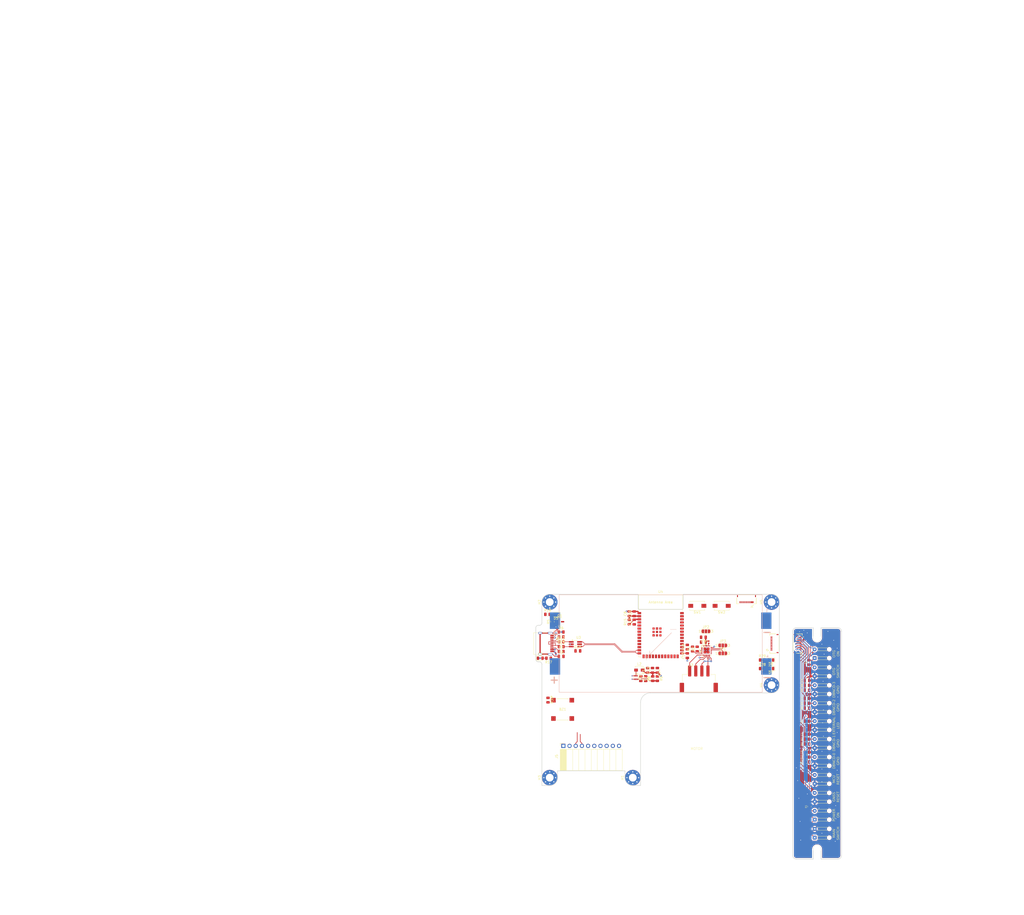
<source format=kicad_pcb>
(kicad_pcb (version 20241229) (generator "pcbnew") (generator_version "9.0")
  (layers (0 "F.Cu" signal) (4 "In1.Cu" signal) (6 "In2.Cu" signal) (2 "B.Cu" signal) (13 "F.Paste" user) (15 "B.Paste" user) (5 "F.SilkS" user "F.Silkscreen") (7 "B.SilkS" user "B.Silkscreen") (1 "F.Mask" user) (3 "B.Mask" user) (25 "Edge.Cuts" user))
  (net 0 "")
  (net 1 "Net-(U1-VCP)")
  (net 2 "VBATT")
  (net 3 "+3V3")
  (net 4 "+8V")
  (net 5 "+5V")
  (net 6 "USB_VBUS")
  (net 7 "Net-(IC1-SW)")
  (net 8 "VM")
  (net 9 "Net-(D2-A)")
  (net 10 "/~{CS}")
  (net 11 "/CLK")
  (net 12 "Net-(U1-ADECAY)")
  (net 13 "Net-(U1-BDECAY)")
  (net 14 "Net-(U5-ILIM)")
  (net 15 "GND")
  (net 16 "Net-(BZ1-+)")
  (net 17 "/VBATT_NEG")
  (net 18 "/VBATT_POS")
  (net 19 "/EN")
  (net 20 "Net-(C6-Pad1)")
  (net 21 "Net-(D7-A)")
  (net 22 "Net-(D8-A)")
  (net 23 "VSYS")
  (net 25 "/MOSI")
  (net 26 "/BOOT")
  (net 32 "Net-(IC1-FB)")
  (net 33 "/DN_IN")
  (net 34 "/DP_IN")
  (net 35 "/M0")
  (net 36 "/M1")
  (net 37 "/LED_IOXX")
  (net 38 "/BZ_PWM")
  (net 39 "/D+")
  (net 40 "/D-")
  (net 41 "/SDA")
  (net 42 "/SCL")
  (net 44 "/DIR")
  (net 45 "Net-(D3-A)")
  (net 46 "Net-(J3-Pin_2)")
  (net 48 "/STEP")
  (net 49 "Net-(J3-Pin_4)")
  (net 53 "/GNSS_TX")
  (net 54 "/GNSS_RX")
  (net 55 "/GNSS_RST")
  (net 56 "/GNSS_WKP")
  (net 62 "Net-(J3-Pin_1)")
  (net 64 "Net-(J3-Pin_3)")
  (net 78 "/MSW_ON")
  (net 79 "/EXT2")
  (net 80 "/EXT1")
  (net 81 "/EXT0")
  (net 82 "/CRD_RST")
  (net 83 "/LED_EXT0")
  (net 84 "/LED_EXT1")
  (net 85 "Net-(J6-CC2)")
  (net 86 "Net-(J6-CC1)")
  (net 89 "Net-(R13-Pad2)")
  (net 93 "Net-(U1-NFAULT)")
  (net 94 "/INT")
  (net 95 "Net-(R12-Pad2)")
  (net 96 "VIN")
  (net 97 "VREFO")
  (net 98 "/DBNCD_0")
  (net 99 "/DBNCD_2")
  (net 100 "/DBNCD_3")
  (net 101 "/DBNCD_1")
  (net 102 "/DB_1")
  (net 103 "/OTG_ON")
  (net 104 "/DB_0")
  (net 105 "/LED_EXT")
  (net 106 "/DB_3")
  (net 107 "/DB_2")
  (net 108 "Net-(D1-A)")
  (footprint "Resistor_SMD:R_0805_2012Metric" (layer "F.Cu") (at 182.806 82.394)
    (property "Reference" "R9")
    (property "Value" "10k")
  )
  (footprint "Resistor_SMD:R_0805_2012Metric" (layer "F.Cu") (at 164.5 70)
    (property "Reference" "R29")
    (property "Value" "220R")
  )
  (footprint "Capacitor_SMD:C_0805_2012Metric" (layer "F.Cu") (at 81.9 68.5)
    (property "Reference" "C6")
    (property "Value" "100n")
  )
  (footprint "Resistor_SMD:R_0805_2012Metric" (layer "F.Cu") (at 183.822 130.178 -90)
    (property "Reference" "R1")
    (property "Value" "2.2k")
  )
  (footprint "Connector_Wire:SolderWire-0.1sqmm_1x02_P3.6mm_D0.4mm_OD1mm_Relief" (layer "F.Cu") (at 185.996 142.933 90)
    (property "Reference" "SW1" (hide yes))
    (property "Value" "SPDT")
  )
  (footprint "Resistor_SMD:R_0805_2012Metric" (layer "F.Cu") (at 76.75 69.25 180)
    (property "Reference" "R17")
    (property "Value" "2.2k")
  )
  (footprint "LED_SMD:LED_0805_2012Metric" (layer "F.Cu") (at 168 70 180)
    (property "Reference" "D8")
    (property "Value" "LED")
  )
  (footprint "Resistor_SMD:R_0805_2012Metric" (layer "F.Cu") (at 182.806 102.492 180)
    (property "Reference" "R3")
    (property "Value" "1k")
  )
  (footprint "Connector_Wire:SolderWire-0.1sqmm_1x02_P3.6mm_D0.4mm_OD1mm_Relief" (layer "F.Cu") (at 185.996 83.961 90)
    (property "Reference" "SW7" (hide yes))
    (property "Value" "EXT")
  )
  (footprint "gps-compass_brd:GCT_FFC2B28-12-G" (layer "F.Cu") (at 169.5 63.25 90)
    (property "Reference" "J4")
    (property "Value" "FFC2B28-12-G")
  )
  (footprint "Resistor_SMD:R_0805_2012Metric" (layer "F.Cu") (at 81.9 60.5 180)
    (property "Reference" "R10")
    (property "Value" "5.1k")
  )
  (footprint "Resistor_SMD:R_0805_2012Metric" (layer "F.Cu") (at 81.9125 64.5)
    (property "Reference" "R13")
    (property "Value" "15R")
  )
  (footprint "gps-compass_brd:GCT_FFC2B28-12-G" (layer "F.Cu") (at 179 63.25 -90)
    (property "Reference" "J1")
    (property "Value" "FFC2B28-12-G")
  )
  (footprint "Jumper:SolderJumper-3_P1.3mm_Open_RoundedPad1.0x1.5mm_NumberLabels" (layer "F.Cu") (at 141.35 58.2)
    (property "Reference" "JP2")
    (property "Value" "Jumper")
  )
  (footprint "Resistor_SMD:R_0805_2012Metric" (layer "F.Cu") (at 182.806 89.76)
    (property "Reference" "R6")
    (property "Value" "10k")
  )
  (footprint "Resistor_SMD:R_0805_2012Metric" (layer "F.Cu") (at 119.5 77.63125 90)
    (property "Reference" "R8")
    (property "Value" "45k")
  )
  (footprint "Capacitor_SMD:C_0805_2012Metric" (layer "F.Cu") (at 133.7 68.2 90)
    (property "Reference" "C15")
    (property "Value" "100n")
  )
  (footprint "gps-compass_brd:SW_SPST_EVQPE1" (layer "F.Cu") (at 147.8 47.75 180)
    (property "Reference" "SW2")
    (property "Value" "BOOT")
  )
  (footprint "Capacitor_SMD:C_0402_1005Metric" (layer "F.Cu") (at 142.5 62.7 90)
    (property "Reference" "C3")
    (property "Value" "10n")
  )
  (footprint "gps-compass_brd:GCT_FFC2B28-12-G" (layer "F.Cu") (at 158 45 180)
    (property "Reference" "J1")
    (property "Value" "FFC2B28-12-G")
  )
  (footprint "Resistor_SMD:R_0805_2012Metric" (layer "F.Cu") (at 133.7 64.7 90)
    (property "Reference" "R16")
    (property "Value" "10k")
  )
  (footprint "Resistor_SMD:R_0805_2012Metric" (layer "F.Cu") (at 135.85 65.475 90)
    (property "Reference" "R1")
    (property "Value" "R(SET)")
  )
  (footprint "LED_SMD:LED_0805_2012Metric" (layer "F.Cu") (at 73.3125 69.25)
    (property "Reference" "D2")
    (property "Value" "LED")
  )
  (footprint "Connector_Wire:SolderWire-0.1sqmm_1x02_P3.6mm_D0.4mm_OD1mm_Relief" (layer "F.Cu") (at 185.996 113.425 90)
    (property "Reference" "SW8" (hide yes))
    (property "Value" "EXT")
  )
  (footprint "Capacitor_SMD:C_0805_2012Metric" (layer "F.Cu") (at 182.806 107.858 180)
    (property "Reference" "C4")
    (property "Value" "100nF")
  )
  (footprint "LED_SMD:LED_0805_2012Metric" (layer "F.Cu") (at 168 73.5 180)
    (property "Reference" "D7")
    (property "Value" "LED")
  )
  (footprint "Connector_Wire:SolderWire-0.1sqmm_1x02_P3.6mm_D0.4mm_OD1mm_Relief" (layer "F.Cu") (at 185.996 91.327 90)
    (property "Reference" "SW6" (hide yes))
    (property "Value" "EXT")
  )
  (footprint "Capacitor_SMD:C_0805_2012Metric" (layer "F.Cu") (at 111.9 51 90)
    (property "Reference" "C10")
    (property "Value" "100n")
  )
  (footprint "Capacitor_SMD:C_0805_2012Metric" (layer "F.Cu") (at 182.806 100.492 180)
    (property "Reference" "C1")
    (property "Value" "100n")
  )
  (footprint "Resistor_SMD:R_0805_2012Metric" (layer "F.Cu") (at 81.9125 62.5)
    (property "Reference" "R12")
    (property "Value" "15R")
  )
  (footprint "Resistor_SMD:R_0805_2012Metric" (layer "F.Cu") (at 182.806 95.126)
    (property "Reference" "R7")
    (property "Value" "220R")
  )
  (footprint "Connector_Wire:SolderWire-0.1sqmm_1x02_P3.6mm_D0.4mm_OD1mm_Relief" (layer "F.Cu") (at 185.996 120.791 90)
    (property "Reference" "SW4" (hide yes))
    (property "Value" "RESET")
  )
  (footprint "MountingHole:MountingHole_3.2mm_M3_Pad_Via" (layer "F.Cu") (at 77.2 118.3 90)
    (property "Reference" "H3")
    (property "Value" "Mounting Hole M3" (hide yes))
  )
  (footprint "Capacitor_SMD:C_0805_2012Metric" (layer "F.Cu") (at 109.9 51 90)
    (property "Reference" "C8")
    (property "Value" "10u")
  )
  (footprint "Connector_Wire:SolderWire-0.1sqmm_1x02_P3.6mm_D0.4mm_OD1mm_Relief" (layer "F.Cu") (at 185.996 98.693 90)
    (property "Reference" "D3" (hide yes))
    (property "Value" "LED")
  )
  (footprint "Capacitor_SMD:C_0805_2012Metric" (layer "F.Cu") (at 116.6 77.63125 -90)
    (property "Reference" "C9")
    (property "Value" "22u")
  )
  (footprint "MountingHole:MountingHole_3.2mm_M3_Pad_Via" (layer "F.Cu") (at 111.3 118.3 90)
    (property "Reference" "H1")
    (property "Value" "Mounting Hole M3" (hide yes))
  )
  (footprint "Resistor_SMD:R_0805_2012Metric" (layer "F.Cu") (at 81.9 58.5)
    (property "Reference" "R6")
    (property "Value" "100k")
  )
  (footprint "Capacitor_SMD:C_0805_2012Metric" (layer "F.Cu") (at 114.6 77.63125 -90)
    (property "Reference" "C7")
    (property "Value" "100n")
  )
  (footprint "MountingHole:MountingHole_3.2mm_M3_Pad_Via" (layer "F.Cu") (at 168.3 80.3 90)
    (property "Reference" "H4")
    (property "Value" "Mounting Hole M3" (hide yes))
  )
  (footprint "Inductor_SMD:L_Vishay_IHLP-1212" (layer "F.Cu") (at 114 74.13125)
    (property "Reference" "L2")
    (property "Value" "1.5u")
  )
  (footprint "Capacitor_SMD:C_0805_2012Metric" (layer "F.Cu") (at 182.806 85.76 180)
    (property "Reference" "C2")
    (property "Value" "100n")
  )
  (footprint "MountingHole:MountingHole_3.2mm_M3" (layer "F.Cu") (at 187 60.746996 -90)
    (property "Reference" "H2" (hide yes))
    (property "Value" "M3")
  )
  (footprint "Jumper:SolderJumper-3_P1.3mm_Open_RoundedPad1.0x1.5mm_NumberLabels" (layer "F.Cu") (at 148.25 67.25)
    (property "Reference" "JP1")
    (property "Value" "Jumper")
  )
  (footprint "MountingHole:MountingHole_3.2mm_M3_Pad_Via" (layer "F.Cu") (at 77.2 46.2 90)
    (property "Reference" "H2")
    (property "Value" "Mounting Hole M3" (hide yes))
  )
  (footprint "Capacitor_SMD:C_0805_2012Metric" (layer "F.Cu") (at 111.9 54.4 90)
    (property "Reference" "C12")
    (property "Value" "100n")
  )
  (footprint "Resistor_SMD:R_0805_2012Metric" (layer "F.Cu") (at 182.806 104.492)
    (property "Reference" "R4")
    (property "Value" "10k")
  )
  (footprint "LED_SMD:LED_0805_2012Metric" (layer "F.Cu") (at 79.75 51.25 180)
    (property "Reference" "D3")
    (property "Value" "LED")
  )
  (footprint "gps-compass_brd:SW_SPST_EVQPE1" (layer "F.Cu") (at 137.8 47.75 180)
    (property "Reference" "SW1")
    (property "Value" "RESET")
  )
  (footprint "Connector_Wire:SolderWire-0.1sqmm_1x02_P3.6mm_D0.4mm_OD1mm_Relief" (layer "F.Cu") (at 185.981 76.628 90)
    (property "Reference" "D1" (hide yes))
    (property "Value" "LED")
  )
  (footprint "Connector_JST:JST_XH_S4B-XH-SM4-TB_1x04-1MP_P2.50mm_Horizontal" (layer "F.Cu") (at 138.418265 77.75)
    (property "Reference" "J3")
    (property "Value" "Motor_conn")
  )
  (footprint "Resistor_SMD:R_0805_2012Metric" (layer "F.Cu") (at 78.331255 54.265805 90)
    (property "Reference" "R5")
    (property "Value" "10k")
  )
  (footprint "Capacitor_SMD:C_0805_2012Metric" (layer "F.Cu") (at 182.806 78.394 180)
    (property "Reference" "C3")
    (property "Value" "100nF")
  )
  (footprint "MountingHole:MountingHole_3.2mm_M3" (layer "F.Cu") (at 187 147.747 -90)
    (property "Reference" "H1" (hide yes))
    (property "Value" "M3")
  )
  (footprint "Resistor_SMD:R_0805_2012Metric" (layer "F.Cu") (at 164.5 73.5)
    (property "Reference" "R28")
    (property "Value" "220R")
  )
  (footprint "Resistor_SMD:R_0805_2012Metric" (layer "F.Cu") (at 137.75 65.475 90)
    (property "Reference" "R2")
    (property "Value" "R(SET)")
  )
  (footprint "Package_TO_SOT_SMD:SOT-23-3" (layer "F.Cu") (at 81.354434 54.266934)
    (property "Reference" "Q1")
    (property "Value" "SI2393DS")
  )
  (footprint "Resistor_SMD:R_0805_2012Metric" (layer "F.Cu") (at 182.806 109.858 180)
    (property "Reference" "R10")
    (property "Value" "1k")
  )
  (footprint "Package_TO_SOT_SMD:SOT-563" (layer "F.Cu") (at 112.65 77.18125 -90)
    (property "Reference" "IC1")
    (property "Value" "TPS565242DRLR")
  )
  (footprint "Resistor_SMD:R_0805_2012Metric" (layer "F.Cu") (at 183.568 70.996 -90)
    (property "Reference" "R2")
    (property "Value" "2.2k")
  )
  (footprint "Connector_Wire:SolderWire-0.1sqmm_1x02_P3.6mm_D0.4mm_OD1mm_Relief" (layer "F.Cu") (at 185.996 135.523 90)
    (property "Reference" "D2" (hide yes))
    (property "Value" "LED")
  )
  (footprint "inset:AST0827MW-03BTRQ_MAL" (layer "F.Cu") (at 82.5 90.25)
    (property "Reference" "BZ1")
    (property "Value" "Buzzer")
  )
  (footprint "Resistor_SMD:R_0805_2012Metric" (layer "F.Cu") (at 76.3125 51.25)
    (property "Reference" "R18")
    (property "Value" "2.2k")
  )
  (footprint "Capacitor_SMD:C_0805_2012Metric" (layer "F.Cu") (at 121.4 74.23125 90)
    (property "Reference" "C14")
    (property "Value" "22u")
  )
  (footprint "Resistor_SMD:R_0805_2012Metric" (layer "F.Cu") (at 121.4 77.63125 -90)
    (property "Reference" "R9")
    (property "Value" "10k")
  )
  (footprint "Connector_PinSocket_2.54mm:PinSocket_1x10_P2.54mm_Horizontal" (layer "F.Cu") (at 82.8 105.25 90)
    (property "Reference" "J5")
    (property "Value" "01x10")
  )
  (footprint "Capacitor_SMD:C_0805_2012Metric" (layer "F.Cu") (at 140.3 62.65 180)
    (property "Reference" "C2")
    (property "Value" "100n")
  )
  (footprint "Resistor_SMD:R_0805_2012Metric" (layer "F.Cu") (at 76.5 86.45 -90)
    (property "Reference" "R35")
    (property "Value" "220R")
  )
  (footprint "Resistor_SMD:R_0805_2012Metric" (layer "F.Cu") (at 182.806 111.858)
    (property "Reference" "R11")
    (property "Value" "10k")
  )
  (footprint "Resistor_SMD:R_0805_2012Metric" (layer "F.Cu") (at 81.9125 66.5)
    (property "Reference" "R7")
    (property "Value" "5.1k")
  )
  (footprint "Capacitor_SMD:C_0805_2012Metric" (layer "F.Cu") (at 88.75 66.25)
    (property "Reference" "C16")
    (property "Value" "100n")
  )
  (footprint "Package_TO_SOT_SMD:TSOT-23-6_HandSoldering" (layer "F.Cu") (at 87.75 63.5)
    (property "Reference" "U3")
    (property "Value" "USBLC6-2SC6")
  )
  (footprint "Jumper:SolderJumper-3_P1.3mm_Open_RoundedPad1.0x1.5mm_NumberLabels" (layer "F.Cu") (at 148.25 64)
    (property "Reference" "JP3")
    (property "Value" "Jumper")
  )
  (footprint "Capacitor_SMD:C_0805_2012Metric" (layer "F.Cu") (at 117.4475 74.23875 90)
    (property "Reference" "C11")
    (property "Value" "100n")
  )
  (footprint "PCM_Espressif:ESP32-S3-WROOM-1" (layer "F.Cu") (at 122.75 59)
    (property "Reference" "U4")
    (property "Value" "ESP32-S3-WROOM-1")
  )
  (footprint "MountingHole:MountingHole_3.2mm_M3_Pad_Via" (layer "F.Cu") (at 168.3 46.2 90)
    (property "Reference" "H5")
    (property "Value" "Mounting Hole M3" (hide yes))
  )
  (footprint "Resistor_SMD:R_0805_2012Metric" (layer "F.Cu") (at 182.806 80.394 180)
    (property "Reference" "R8")
    (property "Value" "1k")
  )
  (footprint "Connector_Wire:SolderWire-0.1sqmm_1x02_P3.6mm_D0.4mm_OD1mm_Relief" (layer "F.Cu") (at 185.996 106.059 90)
    (property "Reference" "SW3" (hide yes))
    (property "Value" "EXT")
  )
  (footprint "gps-compass_brd:DRIVER_DRV8834RGER" (layer "F.Cu") (at 141.6 66.1 90)
    (property "Reference" "U1")
    (property "Value" "DRV8834RGER")
  )
  (footprint "Connector_Wire:SolderWire-0.1sqmm_1x02_P3.6mm_D0.4mm_OD1mm_Relief" (layer "F.Cu") (at 185.996 128.157 90)
    (property "Reference" "SW5" (hide yes))
    (property "Value" "RESET")
  )
  (footprint "Resistor_SMD:R_0805_2012Metric" (layer "F.Cu") (at 182.806 87.76 180)
    (property "Reference" "R5")
    (property "Value" "1k")
  )
  (footprint "sumec_brd:HRO_TYPE-C-31-M-12" (layer "F.Cu") (at 73.25 63.25 -90)
    (property "Reference" "J6")
    (property "Value" "USB_TypeC")
  )
  (footprint "Connector_Wire:SolderWire-0.1sqmm_1x02_P3.6mm_D0.4mm_OD1mm_Relief" (layer "F.Cu") (at 185.981 69.218 90)
    (property "Reference" "SW2" (hide yes))
    (property "Value" "SW_SPDT")
  )
  (footprint "Capacitor_SMD:C_0805_2012Metric" (layer "F.Cu") (at 140.3 60.65 180)
    (property "Reference" "C5")
    (property "Value" "10u")
  )
  (footprint "Capacitor_SMD:C_0805_2012Metric" (layer "F.Cu") (at 119.4 74.23125 90)
    (property "Reference" "C13")
    (property "Value" "22u")
  )
  (footprint "Resistor_SMD:R_0805_2012Metric" (layer "F.Cu") (at 109.9 54.4 90)
    (property "Reference" "R15")
    (property "Value" "10k")
  )
  (footprint "gps-compass_brd:18650_2S_Holder" (layer "B.Cu") (at 122.75 63.25 180)
    (property "Reference" "BT1" (hide yes))
    (property "Value" "2xLi-Ion_cells" (hide yes))
  )
  (gr_line (start 71.5 56.75) (end 71.5 69.75) (stroke (width 0.2)) (layer "Edge.Cuts"))
  (gr_arc (start 111.3 121.5) (mid 109.037258 120.562742) (end 108.1 118.3) (stroke (width 0.2)) (layer "Edge.Cuts"))
  (gr_arc (start 195.499984 56.746996) (mid 196.560651 57.186341) (end 196.999988 58.247) (stroke (width 0.2)) (layer "Edge.Cuts"))
  (gr_arc (start 73 70.75) (mid 73.707107 71.042893) (end 74 71.75) (stroke (width 0.2)) (layer "Edge.Cuts"))
  (gr_line (start 132 43) (end 168.3 43) (stroke (width 0.2)) (layer "Edge.Cuts"))
  (gr_line (start 185.4 147.747) (end 185.4 151.746996) (stroke (width 0.2)) (layer "Edge.Cuts"))
  (gr_line (start 114.5 121.5) (end 114.5 87.5) (stroke (width 0.2)) (layer "Edge.Cuts"))
  (gr_line (start 80.4 118.3) (end 80.4 115.5) (stroke (width 0.2)) (layer "Edge.Cuts"))
  (gr_line (start 74 46.2) (end 74 54.75) (stroke (width 0.2)) (layer "Edge.Cuts"))
  (gr_arc (start 74 54.75) (mid 73.707107 55.457107) (end 73 55.75) (stroke (width 0.2)) (layer "Edge.Cuts"))
  (gr_arc (start 197 150.247) (mid 196.560663 151.307664) (end 195.507533 151.746996) (stroke (width 0.2)) (layer "Edge.Cuts"))
  (gr_arc (start 185.4 147.747) (mid 187 146.146996) (end 188.6 147.746996) (stroke (width 0.2)) (layer "Edge.Cuts"))
  (gr_line (start 185.4 56.746996) (end 178.5 56.746996) (stroke (width 0.2)) (layer "Edge.Cuts"))
  (gr_line (start 114 49.2) (end 131.5 49.2) (stroke (width 0.2)) (layer "Edge.Cuts"))
  (gr_line (start 132 48.7) (end 132 43) (stroke (width 0.2)) (layer "Edge.Cuts"))
  (gr_line (start 118.5 83.5) (end 168.3 83.5) (stroke (width 0.2)) (layer "Edge.Cuts"))
  (gr_line (start 188.6 151.746996) (end 195.507533 151.746996) (stroke (width 0.2)) (layer "Edge.Cuts"))
  (gr_line (start 196.999988 58.247) (end 197 58.247) (stroke (width 0.2)) (layer "Edge.Cuts"))
  (gr_arc (start 177 58.247) (mid 177.439342 57.186344) (end 178.5 56.746996) (stroke (width 0.2)) (layer "Edge.Cuts"))
  (gr_line (start 111.3 121.5) (end 114.5 121.5) (stroke (width 0.2)) (layer "Edge.Cuts"))
  (gr_line (start 77.2 43) (end 113.5 43) (stroke (width 0.2)) (layer "Edge.Cuts"))
  (gr_line (start 177 58.247) (end 177 150.252999) (stroke (width 0.2)) (layer "Edge.Cuts"))
  (gr_line (start 73 55.75) (end 72.5 55.75) (stroke (width 0.2)) (layer "Edge.Cuts"))
  (gr_line (start 188.6 60.746996) (end 188.6 56.746996) (stroke (width 0.2)) (layer "Edge.Cuts"))
  (gr_arc (start 74 46.2) (mid 74.937258 43.937258) (end 77.2 43) (stroke (width 0.2)) (layer "Edge.Cuts"))
  (gr_arc (start 114.5 87.5) (mid 115.671573 84.671573) (end 118.5 83.5) (stroke (width 0.2)) (layer "Edge.Cuts"))
  (gr_arc (start 171.5 80.3) (mid 170.562742 82.562742) (end 168.3 83.5) (stroke (width 0.2)) (layer "Edge.Cuts"))
  (gr_line (start 185.4 60.746996) (end 185.4 56.746996) (stroke (width 0.2)) (layer "Edge.Cuts"))
  (gr_line (start 74 71.75) (end 74 121.5) (stroke (width 0.2)) (layer "Edge.Cuts"))
  (gr_line (start 195.499984 56.746996) (end 188.6 56.746996) (stroke (width 0.2)) (layer "Edge.Cuts"))
  (gr_line (start 108.1 115.5) (end 108.1 118.3) (stroke (width 0.2)) (layer "Edge.Cuts"))
  (gr_line (start 74 121.5) (end 77.2 121.5) (stroke (width 0.2)) (layer "Edge.Cuts"))
  (gr_arc (start 71.5 56.75) (mid 71.792893 56.042893) (end 72.5 55.75) (stroke (width 0.2)) (layer "Edge.Cuts"))
  (gr_line (start 197 150.247) (end 197 58.247) (stroke (width 0.2)) (layer "Edge.Cuts"))
  (gr_line (start 80.4 115.5) (end 108.1 115.5) (stroke (width 0.2)) (layer "Edge.Cuts"))
  (gr_arc (start 80.4 118.3) (mid 79.462742 120.562742) (end 77.2 121.5) (stroke (width 0.2)) (layer "Edge.Cuts"))
  (gr_line (start 113.5 43) (end 113.5 48.7) (stroke (width 0.2)) (layer "Edge.Cuts"))
  (gr_arc (start 178.499984 151.746996) (mid 177.439331 151.307662) (end 177 150.252999) (stroke (width 0.2)) (layer "Edge.Cuts"))
  (gr_line (start 72.5 70.75) (end 73 70.75) (stroke (width 0.2)) (layer "Edge.Cuts"))
  (gr_arc (start 168.3 43) (mid 170.562742 43.937258) (end 171.5 46.2) (stroke (width 0.2)) (layer "Edge.Cuts"))
  (gr_arc (start 188.6 60.746996) (mid 187 62.346996) (end 185.4 60.746996) (stroke (width 0.2)) (layer "Edge.Cuts"))
  (gr_line (start 188.6 147.746996) (end 188.6 151.746996) (stroke (width 0.2)) (layer "Edge.Cuts"))
  (gr_line (start 178.499984 151.746996) (end 185.4 151.746996) (stroke (width 0.2)) (layer "Edge.Cuts"))
  (gr_line (start 171.5 46.2) (end 171.5 80.3) (stroke (width 0.2)) (layer "Edge.Cuts"))
  (gr_arc (start 132 48.7) (mid 131.853553 49.053553) (end 131.5 49.2) (stroke (width 0.2)) (layer "Edge.Cuts"))
  (gr_arc (start 72.5 70.75) (mid 71.792893 70.457107) (end 71.5 69.75) (stroke (width 0.2)) (layer "Edge.Cuts"))
  (gr_arc (start 114 49.2) (mid 113.646447 49.053553) (end 113.5 48.7) (stroke (width 0.2)) (layer "Edge.Cuts"))
  (gr_text "MCU\nRESET" (at 196.246 118.933 90) (layer "F.SilkS") (effects (font (size 1 1) (thickness 0.1)) (justify bottom)))
  (gr_text "OTG\nON" (at 196.268 67.44 90) (layer "F.SilkS") (effects (font (size 1 1) (thickness 0.1)) (justify bottom)))
  (gr_text "MOTOR" (at 135 107 0) (layer "F.SilkS") (effects (font (size 1 1) (thickness 0.1)) (justify left bottom)))
  (gr_text "GNSS\nRESET" (at 196.246 126.183 90) (layer "F.SilkS") (effects (font (size 1 1) (thickness 0.1)) (justify bottom)))
  (gr_text "MAIN\nSWITCH" (at 196.246 141.183 90) (layer "F.SilkS") (effects (font (size 1 1) (thickness 0.1)) (justify bottom)))
  (gr_text "DBNCD-0\nGPIO" (at 196.246 111.433 90) (layer "F.SilkS") (effects (font (size 1 1) (thickness 0.1)) (justify bottom)))
  (gr_text "DBNCD-1\nGPIO" (at 196.246 104.183 90) (layer "F.SilkS") (effects (font (size 1 1) (thickness 0.1)) (justify bottom)))
  (gr_text "OTG\nSWITCH" (at 196.246 74.683 90) (layer "F.SilkS") (effects (font (size 1 1) (thickness 0.1)) (justify bottom)))
  (gr_text "DBNCD-2\nGPIO" (at 196.246 89.433 90) (layer "F.SilkS") (effects (font (size 1 1) (thickness 0.1)) (justify bottom)))
  (gr_text "EXTERNAL\nLED" (at 196.246 96.933 90) (layer "F.SilkS") (effects (font (size 1 1) (thickness 0.1)) (justify bottom)))
  (gr_text "DBNCD-3\nGPIO" (at 196.246 82.183 90) (layer "F.SilkS") (effects (font (size 1 1) (thickness 0.1)) (justify bottom)))
  (gr_text "POWER\nON" (at 196.246 133.683 90) (layer "F.SilkS") (effects (font (size 1 1) (thickness 0.1)) (justify bottom)))
  (segment (start 142.35 64.2) (end 142.35 63.33) (width 0.25) (layer "F.Cu") (net 1))
  (segment (start 142.35 63.33) (end 142.5 63.18) (width 0.25) (layer "F.Cu") (net 1))
  (segment (start 80.75 56.610157) (end 80.25 57.110157) (width 1) (layer "F.Cu") (net 2))
  (segment (start 80.178305 55.178305) (end 80.216934 55.216934) (width 0.5) (layer "F.Cu") (net 2))
  (segment (start 80.75 56.360157) (end 80.75 56.610157) (width 1) (layer "F.Cu") (net 2))
  (segment (start 80.25 57.110157) (end 80.25 55.615805) (width 1) (layer "F.Cu") (net 2))
  (segment (start 79.75 56.360157) (end 79.75 56.610157) (width 1) (layer "F.Cu") (net 2))
  (segment (start 79.75 56.610157) (end 80.25 57.110157) (width 1) (layer "F.Cu") (net 2))
  (segment (start 80.75 56.360157) (end 80.75 55.75) (width 1) (layer "F.Cu") (net 2))
  (segment (start 79.75 56.360157) (end 79.75 55.683868) (width 1) (layer "F.Cu") (net 2))
  (segment (start 78.331255 55.178305) (end 80.178305 55.178305) (width 0.5) (layer "F.Cu") (net 2))
  (via (at 80.75 56.360157) (size 0.7) (drill 0.3) (layers "F.Cu" "B.Cu") (net 2))
  (via (at 79.75 56.360157) (size 0.7) (drill 0.3) (layers "F.Cu" "B.Cu") (net 2))
  (segment (start 119.5 76.71875) (end 119.5 75.28125) (width 0.5) (layer "F.Cu") (net 3))
  (segment (start 144.4 64.85) (end 143.5 64.85) (width 0.25) (layer "F.Cu") (net 3))
  (segment (start 179.3 60.61156) (end 179.3 60.886) (width 0.25) (layer "F.Cu") (net 3))
  (segment (start 183.7185 111.858) (end 183.822 111.9615) (width 0.25) (layer "F.Cu") (net 3))
  (segment (start 122.85 76.48125) (end 122.551 76.18225) (width 0.5) (layer "F.Cu") (net 3))
  (segment (start 122.124 75.75525) (end 121.5575 75.18875) (width 0.5) (layer "F.Cu") (net 3))
  (segment (start 139.300143 66.35) (end 138.953575 66.003432) (width 0.25) (layer "F.Cu") (net 3))
  (segment (start 139.7 66.35) (end 139.300143 66.35) (width 0.25) (layer "F.Cu") (net 3))
  (segment (start 179.3 60.886) (end 179.414 61) (width 0.25) (layer "F.Cu") (net 3))
  (segment (start 183.822 89.792) (end 183.7505 89.792) (width 0.25) (layer "F.Cu") (net 3))
  (segment (start 119.5 75.28125) (end 119.4 75.18125) (width 0.5) (layer "F.Cu") (net 3))
  (segment (start 183.7505 89.792) (end 183.7185 89.76) (width 0.25) (layer "F.Cu") (net 3))
  (segment (start 183.7505 111.89) (end 183.7185 111.858) (width 0.25) (layer "F.Cu") (net 3))
  (segment (start 183.822 82.426) (end 183.7505 82.426) (width 0.25) (layer "F.Cu") (net 3))
  (segment (start 183.7505 104.524) (end 183.7185 104.492) (width 0.25) (layer "F.Cu") (net 3))
  (segment (start 113.94 51.95) (end 114 52.01) (width 0.5) (layer "F.Cu") (net 3))
  (segment (start 183.822 111.89) (end 183.7505 111.89) (width 0.25) (layer "F.Cu") (net 3))
  (segment (start 109.9 51.95) (end 113.94 51.95) (width 0.5) (layer "F.Cu") (net 3))
  (segment (start 116.4075 75.18875) (end 115.35 74.13125) (width 0.5) (layer "F.Cu") (net 3))
  (segment (start 183.822 104.524) (end 183.7505 104.524) (width 0.25) (layer "F.Cu") (net 3))
  (segment (start 117.4475 75.18875) (end 116.4075 75.18875) (width 0.5) (layer "F.Cu") (net 3))
  (segment (start 183.822 129.2655) (end 183.822 120.78) (width 0.25) (layer "F.Cu") (net 3))
  (segment (start 144.75 64.5) (end 144.4 64.85) (width 0.25) (layer "F.Cu") (net 3))
  (segment (start 179.414 61) (end 180.25 61) (width 0.25) (layer "F.Cu") (net 3))
  (segment (start 121.5575 75.18875) (end 117.4475 75.18875) (width 0.5) (layer "F.Cu") (net 3))
  (segment (start 183.7505 82.426) (end 183.7185 82.394) (width 0.25) (layer "F.Cu") (net 3))
  (segment (start 122.551 76.158958) (end 122.147292 75.75525) (width 0.5) (layer "F.Cu") (net 3))
  (segment (start 122.147292 75.75525) (end 122.124 75.75525) (width 0.5) (layer "F.Cu") (net 3))
  (segment (start 109.9 53.4875) (end 109.9 51.95) (width 0.5) (layer "F.Cu") (net 3))
  (segment (start 122.551 76.18225) (end 122.551 76.158958) (width 0.5) (layer "F.Cu") (net 3))
  (via (at 138.953575 66.003432) (size 0.5) (drill 0.3) (layers "F.Cu" "B.Cu") (net 3))
  (via (at 183.822 111.89) (size 0.7) (drill 0.3) (layers "F.Cu" "B.Cu") (net 3))
  (via (at 179.3 60.61156) (size 0.7) (drill 0.3) (layers "F.Cu" "B.Cu") (net 3))
  (via (at 122.85 76.48125) (size 0.7) (drill 0.3) (layers "F.Cu" "B.Cu") (net 3))
  (via (at 183.822 120.78) (size 0.7) (drill 0.3) (layers "F.Cu" "B.Cu") (net 3))
  (via (at 183.822 104.524) (size 0.7) (drill 0.3) (layers "F.Cu" "B.Cu") (net 3))
  (via (at 183.822 89.792) (size 0.7) (drill 0.3) (layers "F.Cu" "B.Cu") (net 3))
  (via (at 183.822 82.426) (size 0.7) (drill 0.3) (layers "F.Cu" "B.Cu") (net 3))
  (via (at 144.75 64.5) (size 0.7) (drill 0.3) (layers "F.Cu" "B.Cu") (net 3))
  (segment (start 183.822 89.792) (end 183.822 104.524) (width 0.25) (layer "B.Cu") (net 3))
  (segment (start 183.822 120.78) (end 183.822 111.89) (width 0.25) (layer "B.Cu") (net 3))
  (segment (start 181.778 62.528) (end 184.25 65) (width 0.25) (layer "B.Cu") (net 3))
  (segment (start 183.822 104.524) (end 183.822 111.89) (width 0.25) (layer "B.Cu") (net 3))
  (segment (start 179.3 60.61156) (end 179.86156 60.61156) (width 0.25) (layer "B.Cu") (net 3))
  (segment (start 183.822 67.777) (end 185.981 65.618) (width 0.25) (layer "B.Cu") (net 3))
  (segment (start 184.25 65) (end 185.363 65) (width 0.25) (layer "B.Cu") (net 3))
  (segment (start 181.763991 62.528) (end 181.778 62.528) (width 0.25) (layer "B.Cu") (net 3))
  (segment (start 179.86156 60.61156) (end 181.368 62.118) (width 0.25) (layer "B.Cu") (net 3))
  (segment (start 181.368 62.132009) (end 181.763991 62.528) (width 0.25) (layer "B.Cu") (net 3))
  (segment (start 183.822 82.426) (end 183.822 89.792) (width 0.25) (layer "B.Cu") (net 3))
  (segment (start 181.368 62.118) (end 181.368 62.132009) (width 0.25) (layer "B.Cu") (net 3))
  (segment (start 185.363 65) (end 185.981 65.618) (width 0.25) (layer "B.Cu") (net 3))
  (segment (start 183.822 82.426) (end 183.822 67.777) (width 0.25) (layer "B.Cu") (net 3))
  (segment (start 160.643417 46.25) (end 159.851 46.25) (width 0.5) (layer "F.Cu") (net 5))
  (segment (start 160.643432 46.250015) (end 160.643417 46.25) (width 0.5) (layer "F.Cu") (net 5))
  (segment (start 79.369645 65.65) (end 79.373332 65.653687) (width 0.5) (layer "F.Cu") (net 6))
  (segment (start 78.09 60.85) (end 79.356513 60.85) (width 0.5) (layer "F.Cu") (net 6))
  (segment (start 78.09 65.65) (end 79.369645 65.65) (width 0.5) (layer "F.Cu") (net 6))
  (segment (start 79.356513 60.85) (end 79.360632 60.845881) (width 0.5) (layer "F.Cu") (net 6))
  (via (at 79.360632 60.845881) (size 0.7) (drill 0.3) (layers "F.Cu" "B.Cu") (net 6))
  (via (at 79.373332 65.653687) (size 0.7) (drill 0.3) (layers "F.Cu" "B.Cu") (net 6))
  (segment (start 79.360632 65.640987) (end 79.373332 65.653687) (width 0.5) (layer "B.Cu") (net 6))
  (segment (start 112.65 76.46875) (end 112.65 74.13125) (width 0.25) (layer "F.Cu") (net 7))
  (segment (start 141.68 62.22) (end 142.5 62.22) (width 0.5) (layer "F.Cu") (net 8))
  (segment (start 141.85 64.2) (end 141.35 64.2) (width 0.25) (layer "F.Cu") (net 8))
  (segment (start 141.25 62.65) (end 141.68 62.22) (width 0.5) (layer "F.Cu") (net 8))
  (segment (start 141.35 64.2) (end 141.35 62.75) (width 0.25) (layer "F.Cu") (net 8))
  (segment (start 141.25 62.65) (end 141.25 60.65) (width 0.5) (layer "F.Cu") (net 8))
  (segment (start 141.35 62.75) (end 141.25 62.65) (width 0.25) (layer "F.Cu") (net 8))
  (segment (start 184.4005 131.923) (end 183.568 131.0905) (width 0.25) (layer "F.Cu") (net 9))
  (segment (start 185.963 131.956) (end 185.996 131.923) (width 0.25) (layer "F.Cu") (net 9))
  (segment (start 185.996 131.923) (end 184.4005 131.923) (width 0.25) (layer "F.Cu") (net 9))
  (segment (start 75.8375 69.25) (end 74.25 69.25) (width 0.2) (layer "F.Cu") (net 9))
  (segment (start 137.2625 67.35) (end 139.7 67.35) (width 0.2) (layer "F.Cu") (net 12))
  (segment (start 136.3 66.3875) (end 137.2625 67.35) (width 0.2) (layer "F.Cu") (net 12))
  (segment (start 137.75 66.3875) (end 138.2125 66.85) (width 0.2) (layer "F.Cu") (net 13))
  (segment (start 138.2125 66.85) (end 139.7 66.85) (width 0.2) (layer "F.Cu") (net 13))
  (segment (start 78.95 66.45) (end 79.25 66.75) (width 0.5) (layer "F.Cu") (net 15))
  (segment (start 133.7 69.15) (end 133.7 70.25) (width 0.25) (layer "F.Cu") (net 15))
  (segment (start 79.243916 59.953479) (end 79.75 59.447395) (width 0.5) (layer "F.Cu") (net 15))
  (segment (start 85.628222 63.5) (end 85.610935 63.517287) (width 0.25) (layer "F.Cu") (net 15))
  (segment (start 142.75 69.371487) (end 142.75 69.75) (width 0.25) (layer "F.Cu") (net 15))
  (segment (start 79.75 59.447395) (end 79.75 59) (width 0.5) (layer "F.Cu") (net 15))
  (segment (start 179.025366 59.93556) (end 179.019991 59.93556) (width 0.25) (layer "F.Cu") (net 15))
  (segment (start 182.5 62) (end 182.352 61.852) (width 0.25) (layer "F.Cu") (net 15))
  (segment (start 179.019991 59.93556) (end 178.624 60.331551) (width 0.25) (layer "F.Cu") (net 15))
  (segment (start 181.134 62) (end 180.25 62) (width 0.25) (layer "F.Cu") (net 15))
  (segment (start 140.85 68.368594) (end 140.218594 69) (width 0.25) (layer "F.Cu") (net 15))
  (segment (start 178.624 60.331551) (end 178.624 60.336926) (width 0.25) (layer "F.Cu") (net 15))
  (segment (start 142.35 68) (end 142.35 68.971487) (width 0.25) (layer "F.Cu") (net 15))
  (segment (start 113.31 50.05) (end 114 50.74) (width 0.5) (layer "F.Cu") (net 15))
  (segment (start 140.218594 69) (end 138.75 69) (width 0.25) (layer "F.Cu") (net 15))
  (segment (start 82.8125 58.5) (end 82.05 58.5) (width 0.25) (layer "F.Cu") (net 15))
  (segment (start 111.0625 77.89375) (end 111.05 77.88125) (width 0.25) (layer "F.Cu") (net 15))
  (segment (start 179.143111 62) (end 180.25 62) (width 0.25) (layer "F.Cu") (net 15))
  (segment (start 182.352 61.852) (end 181.282 61.852) (width 0.25) (layer "F.Cu") (net 15))
  (segment (start 86.04 63.5) (end 85.628222 63.5) (width 0.25) (layer "F.Cu") (net 15))
  (segment (start 112.15 76.46875) (end 111.0625 76.46875) (width 0.25) (layer "F.Cu") (net 15))
  (segment (start 181.282 61.852) (end 181.134 62) (width 0.25) (layer "F.Cu") (net 15))
  (segment (start 179.247857 59.713069) (end 179.025366 59.93556) (width 0.25) (layer "F.Cu") (net 15))
  (segment (start 108.75 50.05) (end 111.9 50.05) (width 0.5) (layer "F.Cu") (net 15))
  (segment (start 178.313922 62.213922) (end 178.929189 62.213922) (width 0.25) (layer "F.Cu") (net 15))
  (segment (start 111.0625 76.46875) (end 111.05 76.48125) (width 0.25) (layer "F.Cu") (net 15))
  (segment (start 178 60.960926) (end 178 61.9) (width 0.25) (layer "F.Cu") (net 15))
  (segment (start 142.35 68.971487) (end 142.75 69.371487) (width 0.25) (layer "F.Cu") (net 15))
  (segment (start 78.09 66.45) (end 78.95 66.45) (width 0.5) (layer "F.Cu") (net 15))
  (segment (start 178.929189 62.213922) (end 179.143111 62) (width 0.25) (layer "F.Cu") (net 15))
  (segment (start 112.15 77.89375) (end 111.0625 77.89375) (width 0.25) (layer "F.Cu") (net 15))
  (segment (start 111.9 50.05) (end 113.31 50.05) (width 0.5) (layer "F.Cu") (net 15))
  (segment (start 178 61.9) (end 178.313922 62.213922) (width 0.25) (layer "F.Cu") (net 15))
  (segment (start 79.147395 60.05) (end 79.243916 59.953479) (width 0.5) (layer "F.Cu") (net 15))
  (segment (start 79.75 67.25) (end 79.75 67.75) (width 0.5) (layer "F.Cu") (net 15))
  (segment (start 79.25 66.75) (end 79.75 67.25) (width 0.5) (layer "F.Cu") (net 15))
  (segment (start 140.85 68) (end 140.85 68.368594) (width 0.25) (layer "F.Cu") (net 15))
  (segment (start 78.09 60.05) (end 79.147395 60.05) (width 0.5) (layer "F.Cu") (net 15))
  (segment (start 72.375 69.25) (end 73.2125 69.25) (width 0.25) (layer "F.Cu") (net 15))
  (segment (start 178.624 60.336926) (end 178 60.960926) (width 0.25) (layer "F.Cu") (net 15))
  (via (at 178.996 119.51) (size 0.7) (drill 0.3) (layers "F.Cu" "B.Cu") (net 15))
  (via (at 79.75 59) (size 0.7) (drill 0.3) (layers "F.Cu" "B.Cu") (net 15))
  (via (at 187.776096 130.819183) (size 0.7) (drill 0.3) (layers "F.Cu" "B.Cu") (net 15))
  (via (at 195.25 99.75) (size 0.7) (drill 0.3) (layers "F.Cu" "B.Cu") (net 15))
  (via (at 189.896 67.583) (size 0.7) (drill 0.3) (layers "F.Cu" "B.Cu") (net 15))
  (via (at 179.247857 59.713069) (size 0.7) (drill 0.3) (layers "F.Cu" "B.Cu") (net 15))
  (via (at 194.746 135.183) (size 0.7) (drill 0.3) (layers "F.Cu" "B.Cu") (net 15))
  (via (at 193.812898 61.900809) (size 0.7) (drill 0.3) (layers "F.Cu" "B.Cu") (net 15))
  (via (at 179.5 126.75) (size 0.7) (drill 0.3) (layers "F.Cu" "B.Cu") (net 15))
  (via (at 194.617 129.797) (size 0.7) (drill 0.3) (layers "F.Cu" "B.Cu") (net 15))
  (via (at 189 107.5) (size 0.7) (drill 0.3) (layers "F.Cu" "B.Cu") (net 15))
  (via (at 182.5 62) (size 0.7) (drill 0.3) (layers "F.Cu" "B.Cu") (net 15))
  (via (at 183 84) (size 0.7) (drill 0.3) (layers "F.Cu" "B.Cu") (net 15))
  (via (at 183 106.25) (size 0.7) (drill 0.3) (layers "F.Cu" "B.Cu") (net 15))
  (via (at 79.25 66.75) (size 0.7) (drill 0.3) (layers "F.Cu" "B.Cu") (net 15))
  (via (at 183 91.5) (size 0.7) (drill 0.3) (layers "F.Cu" "B.Cu") (net 15))
  (via (at 194.45 144.45) (size 0.7) (drill 0.3) (layers "F.Cu" "B.Cu") (net 15))
  (via (at 111.05 76.48125) (size 0.5) (drill 0.3) (layers "F.Cu" "B.Cu") (net 15))
  (via (at 183 125) (size 0.7) (drill 0.3) (layers "F.Cu" "B.Cu") (net 15))
  (via (at 179.784953 58.389814) (size 0.7) (drill 0.3) (layers "F.Cu" "B.Cu") (net 15))
  (via (at 179.25 67.25) (size 0.7) (drill 0.3) (layers "F.Cu" "B.Cu") (net 15))
  (via (at 195.496 85.183) (size 0.7) (drill 0.3) (layers "F.Cu" "B.Cu") (net 15))
  (via (at 188.971 141.133) (size 0.7) (drill 0.3) (layers "F.Cu" "B.Cu") (net 15))
  (via (at 182.75 113.5) (size 0.7) (drill 0.3) (layers "F.Cu" "B.Cu") (net 15))
  (via (at 189.25 95.75) (size 0.7) (drill 0.3) (layers "F.Cu" "B.Cu") (net 15))
  (via (at 195.25 115.25) (size 0.7) (drill 0.3) (layers "F.Cu" "B.Cu") (net 15))
  (via (at 178.5 114.25) (size 0.7) (drill 0.3) (layers "F.Cu" "B.Cu") (net 15))
  (via (at 82.05 58.5) (size 0.7) (drill 0.3) (layers "F.Cu" "B.Cu") (net 15))
  (via (at 73.2125 69.25) (size 0.7) (drill 0.3) (layers "F.Cu" "B.Cu") (net 15))
  (via (at 188.956 63.5) (size 0.7) (drill 0.3) (layers "F.Cu" "B.Cu") (net 15))
  (via (at 181.536 57.788) (size 0.7) (drill 0.3) (layers "F.Cu" "B.Cu") (net 15))
  (via (at 79.75 67.75) (size 0.7) (drill 0.3) (layers "F.Cu" "B.Cu") (net 15))
  (via (at 182.95 58.85) (size 0.7) (drill 0.3) (layers "F.Cu" "B.Cu") (net 15))
  (via (at 180 97) (size 0.7) (drill 0.3) (layers "F.Cu" "B.Cu") (net 15))
  (via (at 188.971 119.983) (size 0.7) (drill 0.3) (layers "F.Cu" "B.Cu") (net 15))
  (via (at 142.75 69.75) (size 0.5) (drill 0.3) (layers "F.Cu" "B.Cu") (net 15))
  (via (at 188.971 114.75) (size 0.7) (drill 0.3) (layers "F.Cu" "B.Cu") (net 15))
  (via (at 85.610935 63.517287) (size 0.5) (drill 0.3) (layers "F.Cu" "B.Cu") (net 15))
  (via (at 191.45 58.25) (size 0.7) (drill 0.3) (layers "F.Cu" "B.Cu") (net 15))
  (via (at 180.85 59.25) (size 0.7) (drill 0.3) (layers "F.Cu" "B.Cu") (net 15))
  (via (at 195.252 65.154) (size 0.7) (drill 0.3) (layers "F.Cu" "B.Cu") (net 15))
  (via (at 108.75 50.05) (size 0.7) (drill 0.3) (layers "F.Cu" "B.Cu") (net 15))
  (via (at 180 106.25) (size 0.7) (drill 0.3) (layers "F.Cu" "B.Cu") (net 15))
  (via (at 133.7 70.25) (size 0.7) (drill 0.3) (layers "F.Cu" "B.Cu") (net 15))
  (via (at 182.75 97.75) (size 0.7) (drill 0.3) (layers "F.Cu" "B.Cu") (net 15))
  (via (at 189.596 101.283) (size 0.7) (drill 0.3) (layers "F.Cu" "B.Cu") (net 15))
  (via (at 138.75 69) (size 0.7) (drill 0.3) (layers "F.Cu" "B.Cu") (net 15))
  (via (at 189.596 90.483) (size 0.7) (drill 0.3) (layers "F.Cu" "B.Cu") (net 15))
  (via (at 189.457239 78.72316) (size 0.7) (drill 0.3) (layers "F.Cu" "B.Cu") (net 15))
  (via (at 79.243916 59.953479) (size 0.7) (drill 0.3) (layers "F.Cu" "B.Cu") (net 15))
  (via (at 111.05 77.88125) (size 0.5) (drill 0.3) (layers "F.Cu" "B.Cu") (net 15))
  (via (at 180.25 143.95) (size 0.7) (drill 0.3) (layers "F.Cu" "B.Cu") (net 15))
  (via (at 180 136.25) (size 0.7) (drill 0.3) (layers "F.Cu" "B.Cu") (net 15))
  (segment (start 182.044 65.592) (end 182.044 67.214008) (width 0.25) (layer "F.Cu") (net 19))
  (segment (start 179.25 111.57637) (end 184.86463 117.191) (width 0.25) (layer "F.Cu") (net 19))
  (segment (start 179.25 70.008008) (end 179.25 111.57637) (width 0.25) (layer "F.Cu") (net 19))
  (segment (start 114 53.28) (end 112.07 53.28) (width 0.5) (layer "F.Cu") (net 19))
  (segment (start 109.9 55.3125) (end 109.9875 55.3125) (width 0.25) (layer "F.Cu") (net 19))
  (segment (start 111.85 53.45) (end 111.9 53.45) (width 0.25) (layer "F.Cu") (net 19))
  (segment (start 184.86463 117.191) (end 185.996 117.191) (width 0.25) (layer "F.Cu") (net 19))
  (segment (start 112.07 53.28) (end 111.9 53.45) (width 0.5) (layer "F.Cu") (net 19))
  (segment (start 180.952 64.5) (end 182.044 65.592) (width 0.25) (layer "F.Cu") (net 19))
  (segment (start 109.9875 55.3125) (end 111.85 53.45) (width 0.25) (layer "F.Cu") (net 19))
  (segment (start 182.044 67.214008) (end 179.25 70.008008) (width 0.25) (layer "F.Cu") (net 19))
  (segment (start 180.25 64.5) (end 180.952 64.5) (width 0.25) (layer "F.Cu") (net 19))
  (segment (start 79.5475 58) (end 78.6225 58.925) (width 0.25) (layer "F.Cu") (net 20))
  (segment (start 78.346996 67.575) (end 79.271996 68.5) (width 0.25) (layer "F.Cu") (net 20))
  (segment (start 80.9875 58.5) (end 81.017719 58.469781) (width 0.25) (layer "F.Cu") (net 20))
  (segment (start 81.017719 58.061593) (end 80.956126 58) (width 0.25) (layer "F.Cu") (net 20))
  (segment (start 78.6225 58.925) (end 77.42 58.925) (width 0.25) (layer "F.Cu") (net 20))
  (segment (start 79.271996 68.5) (end 80.95 68.5) (width 0.25) (layer "F.Cu") (net 20))
  (segment (start 77.42 67.575) (end 73.25 67.575) (width 0.5) (layer "F.Cu") (net 20))
  (segment (start 73.25 58.925) (end 77.42 58.925) (width 0.5) (layer "F.Cu") (net 20))
  (segment (start 80.956126 58) (end 79.5475 58) (width 0.25) (layer "F.Cu") (net 20))
  (segment (start 77.42 67.575) (end 78.346996 67.575) (width 0.25) (layer "F.Cu") (net 20))
  (segment (start 73.25 67.575) (end 73.25 58.925) (width 0.5) (layer "F.Cu") (net 20))
  (segment (start 81.017719 58.469781) (end 81.017719 58.061593) (width 0.25) (layer "F.Cu") (net 20))
  (segment (start 133.6 67.2) (end 131.55 67.2) (width 0.2) (layer "F.Cu") (net 26))
  (segment (start 131.55 67.2) (end 131.5 67.25) (width 0.2) (layer "F.Cu") (net 26))
  (segment (start 113.9 77.68125) (end 113.65 77.93125) (width 0.25) (layer "F.Cu") (net 32))
  (segment (start 118.2625 78.54375) (end 117.4 77.68125) (width 0.25) (layer "F.Cu") (net 32))
  (segment (start 119.5 78.54375) (end 118.2625 78.54375) (width 0.25) (layer "F.Cu") (net 32))
  (segment (start 117.4 77.68125) (end 113.9 77.68125) (width 0.25) (layer "F.Cu") (net 32))
  (segment (start 113.1875 77.93125) (end 113.15 77.89375) (width 0.25) (layer "F.Cu") (net 32))
  (segment (start 119.5 78.54375) (end 121.4 78.54375) (width 0.5) (layer "F.Cu") (net 32))
  (segment (start 113.65 77.93125) (end 113.1875 77.93125) (width 0.25) (layer "F.Cu") (net 32))
  (segment (start 76.75 62.5) (end 76.75 63.5) (width 0.2) (layer "F.Cu") (net 33))
  (segment (start 78.09 62.5) (end 81 62.5) (width 0.2) (layer "F.Cu") (net 33))
  (segment (start 76.75 63.5) (end 78.09 63.5) (width 0.2) (layer "F.Cu") (net 33))
  (segment (start 78.09 62.5) (end 76.75 62.5) (width 0.2) (layer "F.Cu") (net 33))
  (segment (start 79.5 64) (end 78.09 64) (width 0.2) (layer "F.Cu") (net 34))
  (segment (start 78.09 63) (end 79.5 63) (width 0.2) (layer "F.Cu") (net 34))
  (segment (start 79.5 63) (end 79.5 64) (width 0.2) (layer "F.Cu") (net 34))
  (segment (start 79.5 64) (end 81 64) (width 0.2) (layer "F.Cu") (net 34))
  (segment (start 148.25 67.25) (end 148.25 66.25) (width 0.25) (layer "F.Cu") (net 35))
  (segment (start 147.85 65.85) (end 143.5 65.85) (width 0.25) (layer "F.Cu") (net 35))
  (segment (start 148.25 66.25) (end 147.85 65.85) (width 0.25) (layer "F.Cu") (net 35))
  (segment (start 147.9 65.35) (end 148.25 65) (width 0.25) (layer "F.Cu") (net 36))
  (segment (start 143.5 65.35) (end 147.9 65.35) (width 0.25) (layer "F.Cu") (net 36))
  (segment (start 148.25 65) (end 148.25 64) (width 0.25) (layer "F.Cu") (net 36))
  (segment (start 91.525 63.725) (end 103.725 63.725) (width 0.2) (layer "F.Cu") (net 39))
  (segment (start 89.46 64.45) (end 90.8 64.45) (width 0.2) (layer "F.Cu") (net 39))
  (segment (start 112.874999 67.25) (end 114 67.25) (width 0.2) (layer "F.Cu") (net 39))
  (segment (start 106.84 66.84) (end 112.464999 66.84) (width 0.2) (layer "F.Cu") (net 39))
  (segment (start 103.725 63.725) (end 106.84 66.84) (width 0.2) (layer "F.Cu") (net 39))
  (segment (start 112.464999 66.84) (end 112.874999 67.25) (width 0.2) (layer "F.Cu") (net 39))
  (segment (start 90.8 64.45) (end 91.525 63.725) (width 0.2) (layer "F.Cu") (net 39))
  (segment (start 112.874999 65.98) (end 114 65.98) (width 0.2) (layer "F.Cu") (net 40))
  (segment (start 103.911394 63.275) (end 107.026394 66.39) (width 0.2) (layer "F.Cu") (net 40))
  (segment (start 90.8 62.55) (end 91.525 63.275) (width 0.2) (layer "F.Cu") (net 40))
  (segment (start 89.46 62.55) (end 90.8 62.55) (width 0.2) (layer "F.Cu") (net 40))
  (segment (start 91.525 63.275) (end 103.911394 63.275) (width 0.2) (layer "F.Cu") (net 40))
  (segment (start 112.464999 66.39) (end 112.874999 65.98) (width 0.2) (layer "F.Cu") (net 40))
  (segment (start 107.026394 66.39) (end 112.464999 66.39) (width 0.2) (layer "F.Cu") (net 40))
  (segment (start 88.5 103.5) (end 88.5 99.75) (width 0.25) (layer "F.Cu") (net 41))
  (segment (start 87.88 104.12) (end 88.5 103.5) (width 0.25) (layer "F.Cu") (net 41))
  (segment (start 87.88 105.25) (end 87.88 104.12) (width 0.25) (layer "F.Cu") (net 41))
  (segment (start 89.75 103.5) (end 89.75 100.5) (width 0.25) (layer "F.Cu") (net 42))
  (segment (start 90.42 104.17) (end 89.75 103.5) (width 0.25) (layer "F.Cu") (net 42))
  (segment (start 90.42 105.25) (end 90.42 104.17) (width 0.25) (layer "F.Cu") (net 42))
  (segment (start 185.963 95.126) (end 185.996 95.093) (width 0.25) (layer "F.Cu") (net 45))
  (segment (start 183.7185 95.126) (end 185.963 95.126) (width 0.25) (layer "F.Cu") (net 45))
  (segment (start 139 69.75) (end 137.168265 71.581735) (width 0.25) (layer "F.Cu") (net 46))
  (segment (start 141.35 68.65) (end 140.25 69.75) (width 0.25) (layer "F.Cu") (net 46))
  (segment (start 140.25 69.75) (end 139 69.75) (width 0.25) (layer "F.Cu") (net 46))
  (segment (start 137.168265 71.581735) (end 137.168265 74.5) (width 0.25) (layer "F.Cu") (net 46))
  (segment (start 141.35 68) (end 141.35 68.65) (width 0.25) (layer "F.Cu") (net 46))
  (segment (start 142.168265 69.427562) (end 142.168265 74.5) (width 0.25) (layer "F.Cu") (net 49))
  (segment (start 141.85 69.109297) (end 142.168265 69.427562) (width 0.25) (layer "F.Cu") (net 49))
  (segment (start 141.85 68) (end 141.85 69.109297) (width 0.25) (layer "F.Cu") (net 49))
  (segment (start 179.15 65) (end 178.488 65.662) (width 0.25) (layer "F.Cu") (net 55))
  (segment (start 180.25 65) (end 179.15 65) (width 0.25) (layer "F.Cu") (net 55))
  (via (at 178.488 65.662) (size 0.7) (drill 0.3) (layers "F.Cu" "B.Cu") (net 55))
  (segment (start 179.758 65.662) (end 180.774 66.678) (width 0.25) (layer "B.Cu") (net 55))
  (segment (start 180.774 66.678) (end 180.774 119.335) (width 0.25) (layer "B.Cu") (net 55))
  (segment (start 178.488 65.662) (end 179.758 65.662) (width 0.25) (layer "B.Cu") (net 55))
  (segment (start 180.774 119.335) (end 185.996 124.557) (width 0.25) (layer "B.Cu") (net 55))
  (segment (start 137.75 68) (end 134.668265 71.081735) (width 0.25) (layer "F.Cu") (net 62))
  (segment (start 134.668265 71.081735) (end 134.668265 74.5) (width 0.25) (layer "F.Cu") (net 62))
  (segment (start 140.35 68) (end 137.75 68) (width 0.25) (layer "F.Cu") (net 62))
  (segment (start 143.5 70.5) (end 143.5 69.375) (width 0.25) (layer "F.Cu") (net 64))
  (segment (start 139.668265 71.581735) (end 139.668265 74.5) (width 0.25) (layer "F.Cu") (net 64))
  (segment (start 140.75 70.5) (end 139.668265 71.581735) (width 0.25) (layer "F.Cu") (net 64))
  (segment (start 143.5 69.375) (end 142.85 68.725) (width 0.25) (layer "F.Cu") (net 64))
  (segment (start 142.85 68.725) (end 142.85 68) (width 0.25) (layer "F.Cu") (net 64))
  (via (at 143.5 70.5) (size 0.7) (drill 0.3) (layers "F.Cu" "B.Cu") (net 64))
  (via (at 140.75 70.5) (size 0.7) (drill 0.3) (layers "F.Cu" "B.Cu") (net 64))
  (segment (start 140.75 70.5) (end 143.5 70.5) (width 0.25) (layer "B.Cu") (net 64))
  (segment (start 185.996 135.523) (end 182.298 131.825) (width 0.25) (layer "F.Cu") (net 78))
  (segment (start 178.488 69.500008) (end 181.282 66.706008) (width 0.25) (layer "F.Cu") (net 78))
  (segment (start 178.488 112.398) (end 178.488 69.500008) (width 0.25) (layer "F.Cu") (net 78))
  (segment (start 185.996 135.523) (end 184.076 137.443) (width 0.25) (layer "F.Cu") (net 78))
  (segment (start 182.298 116.208) (end 178.488 112.398) (width 0.25) (layer "F.Cu") (net 78))
  (segment (start 78.331255 53.353305) (end 78.367626 53.316934) (width 0.5) (layer "F.Cu") (net 78))
  (segment (start 181.282 65.83) (end 180.952 65.5) (width 0.25) (layer "F.Cu") (net 78))
  (segment (start 78.367626 53.316934) (end 80.216934 53.316934) (width 0.5) (layer "F.Cu") (net 78))
  (segment (start 180.952 65.5) (end 180.25 65.5) (width 0.25) (layer "F.Cu") (net 78))
  (segment (start 182.298 131.825) (end 182.298 116.208) (width 0.25) (layer "F.Cu") (net 78))
  (segment (start 181.282 66.706008) (end 181.282 65.83) (width 0.25) (layer "F.Cu") (net 78))
  (segment (start 184.076 137.443) (end 184.076 141.013) (width 0.25) (layer "F.Cu") (net 78))
  (segment (start 184.076 141.013) (end 185.996 142.933) (width 0.25) (layer "F.Cu") (net 78))
  (segment (start 78.09 65) (end 79.644285 65) (width 0.2) (layer "F.Cu") (net 85))
  (segment (start 81 66.355715) (end 81 66.5) (width 0.2) (layer "F.Cu") (net 85))
  (segment (start 79.644285 65) (end 81 66.355715) (width 0.2) (layer "F.Cu") (net 85))
  (segment (start 78.09 62) (end 79.688074 62) (width 0.2) (layer "F.Cu") (net 86))
  (segment (start 79.688074 62) (end 80.9875 60.700574) (width 0.2) (layer "F.Cu") (net 86))
  (segment (start 80.9875 60.700574) (end 80.9875 60.5) (width 0.2) (layer "F.Cu") (net 86))
  (segment (start 85.29 64.45) (end 86.04 64.45) (width 0.2) (layer "F.Cu") (net 89))
  (segment (start 82.825 64.5) (end 85.24 64.5) (width 0.2) (layer "F.Cu") (net 89))
  (segment (start 85.24 64.5) (end 85.29 64.45) (width 0.2) (layer "F.Cu") (net 89))
  (segment (start 85.29 62.55) (end 86.04 62.55) (width 0.2) (layer "F.Cu") (net 95))
  (segment (start 85.24 62.5) (end 85.29 62.55) (width 0.2) (layer "F.Cu") (net 95))
  (segment (start 82.825 62.5) (end 85.24 62.5) (width 0.2) (layer "F.Cu") (net 95))
  (segment (start 139.7 65.85) (end 139.7 64.85) (width 0.25) (layer "F.Cu") (net 97))
  (segment (start 181.856 111.8205) (end 181.8935 111.858) (width 0.25) (layer "F.Cu") (net 98))
  (segment (start 181.856 107.858) (end 181.856 111.8205) (width 0.25) (layer "F.Cu") (net 98))
  (segment (start 178.234 64.646) (end 178.88 64) (width 0.25) (layer "F.Cu") (net 98))
  (segment (start 181.856 106.368) (end 181.856 107.858) (width 0.25) (layer "F.Cu") (net 98))
  (segment (start 178.88 64) (end 180.25 64) (width 0.25) (layer "F.Cu") (net 98))
  (via (at 178.234 64.646) (size 0.7) (drill 0.3) (layers "F.Cu" "B.Cu") (net 98))
  (via (at 181.856 106.368) (size 0.7) (drill 0.3) (layers "F.Cu" "B.Cu") (net 98))
  (segment (start 178.234 64.646) (end 180.012 64.646) (width 0.25) (layer "B.Cu") (net 98))
  (segment (start 181.536 66.17) (end 181.536 106.048) (width 0.25) (layer "B.Cu") (net 98))
  (segment (start 180.012 64.646) (end 181.536 66.17) (width 0.25) (layer "B.Cu") (net 98))
  (segment (start 181.536 106.048) (end 181.856 106.368) (width 0.25) (layer "B.Cu") (net 98))
  (segment (start 183.568 64.392) (end 183.568 68.230006) (width 0.25) (layer "F.Cu") (net 99))
  (segment (start 181.856 84.524) (end 181.856 85.76) (width 0.25) (layer "F.Cu") (net 99))
  (segment (start 181.856 85.76) (end 181.856 89.7225) (width 0.25) (layer "F.Cu") (net 99))
  (segment (start 183.568 68.230006) (end 180.774 71.024006) (width 0.25) (layer "F.Cu") (net 99))
  (segment (start 180.774 71.024006) (end 180.774 83.442) (width 0.25) (layer "F.Cu") (net 99))
  (segment (start 180.774 83.442) (end 181.856 84.524) (width 0.25) (layer "F.Cu") (net 99))
  (segment (start 180.25 62.5) (end 181.676 62.5) (width 0.25) (layer "F.Cu") (net 99))
  (segment (start 181.856 89.7225) (end 181.8935 89.76) (width 0.25) (layer "F.Cu") (net 99))
  (segment (start 181.676 62.5) (end 183.568 64.392) (width 0.25) (layer "F.Cu") (net 99))
  (segment (start 183.06 75.888) (end 181.856 77.092) (width 0.25) (layer "F.Cu") (net 100))
  (segment (start 178.959406 61.5) (end 180.25 61.5) (width 0.25) (layer "F.Cu") (net 100))
  (segment (start 181.856 82.3565) (end 181.8935 82.394) (width 0.25) (layer "F.Cu") (net 100))
  (segment (start 178.850923 61.391517) (end 178.959406 61.5) (width 0.25) (layer "F.Cu") (net 100))
  (segment (start 181.856 77.092) (end 181.856 82.3565) (width 0.25) (layer "F.Cu") (net 100))
  (via (at 178.850923 61.391517) (size 0.7) (drill 0.3) (layers "F.Cu" "B.Cu") (net 100))
  (via (at 183.06 75.888) (size 0.7) (drill 0.3) (layers "F.Cu" "B.Cu") (net 100))
  (segment (start 178.850923 61.391517) (end 179.057406 61.598) (width 0.25) (layer "B.Cu") (net 100))
  (segment (start 179.848 61.598) (end 183.06 64.81) (width 0.25) (layer "B.Cu") (net 100))
  (segment (start 183.06 64.81) (end 183.06 75.888) (width 0.25) (layer "B.Cu") (net 100))
  (segment (start 179.057406 61.598) (end 179.848 61.598) (width 0.25) (layer "B.Cu") (net 100))
  (segment (start 181.856 100.492) (end 181.856 104.4545) (width 0.25) (layer "F.Cu") (net 101))
  (segment (start 181.179 63.5) (end 180.25 63.5) (width 0.25) (layer "F.Cu") (net 101))
  (segment (start 180.012 95.507) (end 180.012 70.516008) (width 0.25) (layer "F.Cu") (net 101))
  (segment (start 182.806 67.722008) (end 182.806 65.127) (width 0.25) (layer "F.Cu") (net 101))
  (segment (start 181.856 104.4545) (end 181.8935 104.492) (width 0.25) (layer "F.Cu") (net 101))
  (segment (start 181.856 100.492) (end 181.856 97.351) (width 0.25) (layer "F.Cu") (net 101))
  (segment (start 181.856 97.351) (end 180.012 95.507) (width 0.25) (layer "F.Cu") (net 101))
  (segment (start 180.012 70.516008) (end 182.806 67.722008) (width 0.25) (layer "F.Cu") (net 101))
  (segment (start 182.806 65.127) (end 181.179 63.5) (width 0.25) (layer "F.Cu") (net 101))
  (segment (start 183.7185 102.492) (end 185.963 102.492) (width 0.25) (layer "F.Cu") (net 102))
  (segment (start 185.963 102.492) (end 185.996 102.459) (width 0.25) (layer "F.Cu") (net 102))
  (segment (start 183.7545 102.456) (end 183.7185 102.492) (width 0.25) (layer "F.Cu") (net 102))
  (segment (start 184.33 62.868) (end 184.33 68.202) (width 0.25) (layer "F.Cu") (net 103))
  (segment (start 185.1155 70.0835) (end 185.981 69.218) (width 0.25) (layer "F.Cu") (net 103))
  (segment (start 183.568 70.0835) (end 185.1155 70.0835) (width 0.25) (layer "F.Cu") (net 103))
  (segment (start 180.25 60.5) (end 181.962 60.5) (width 0.25) (layer "F.Cu") (net 103))
  (segment (start 184.33 68.202) (end 183.568 68.964) (width 0.25) (layer "F.Cu") (net 103))
  (segment (start 181.962 60.5) (end 184.33 62.868) (width 0.25) (layer "F.Cu") (net 103))
  (segment (start 183.568 68.964) (end 183.568 70.0835) (width 0.25) (layer "F.Cu") (net 103))
  (segment (start 183.7185 109.858) (end 185.963 109.858) (width 0.25) (layer "F.Cu") (net 104))
  (segment (start 185.963 109.858) (end 185.996 109.825) (width 0.25) (layer "F.Cu") (net 104))
  (segment (start 181.79 95.0225) (end 181.8935 95.126) (width 0.25) (layer "F.Cu") (net 105))
  (segment (start 178.234 63.376) (end 178.61 63) (width 0.25) (layer "F.Cu") (net 105))
  (segment (start 178.61 63) (end 180.25 63) (width 0.25) (layer "F.Cu") (net 105))
  (segment (start 182.298 93.094) (end 181.79 93.602) (width 0.25) (layer "F.Cu") (net 105))
  (segment (start 181.79 93.602) (end 181.79 95.0225) (width 0.25) (layer "F.Cu") (net 105))
  (via (at 182.298 93.094) (size 0.7) (drill 0.3) (layers "F.Cu" "B.Cu") (net 105))
  (via (at 178.234 63.376) (size 0.7) (drill 0.3) (layers "F.Cu" "B.Cu") (net 105))
  (segment (start 180.266 63.376) (end 178.234 63.376) (width 0.25) (layer "B.Cu") (net 105))
  (segment (start 182.298 93.094) (end 182.298 65.408) (width 0.25) (layer "B.Cu") (net 105))
  (segment (start 182.298 65.408) (end 180.266 63.376) (width 0.25) (layer "B.Cu") (net 105))
  (segment (start 183.7185 80.394) (end 185.963 80.394) (width 0.25) (layer "F.Cu") (net 106))
  (segment (start 185.963 80.394) (end 185.996 80.361) (width 0.25) (layer "F.Cu") (net 106))
  (segment (start 183.7185 87.76) (end 185.963 87.76) (width 0.25) (layer "F.Cu") (net 107))
  (segment (start 185.963 87.76) (end 185.996 87.727) (width 0.25) (layer "F.Cu") (net 107))
  (segment (start 183.568 71.9085) (end 184.8615 71.9085) (width 0.25) (layer "F.Cu") (net 108))
  (segment (start 184.8615 71.9085) (end 185.981 73.028) (width 0.25) (layer "F.Cu") (net 108))
  (zone (net 15) (net_name "GND") (layers "F.Cu" "B.Cu") (connect_pads (clearance 0.5)) (min_thickness 0.25) (fill yes (thermal_gap 0.5) (thermal_bridge_width 0.5))
    (polygon (pts (xy 177 56.75) (xy 197 56.75) (xy 197 151.75) (xy 177 151.75)))
  )
)
</source>
